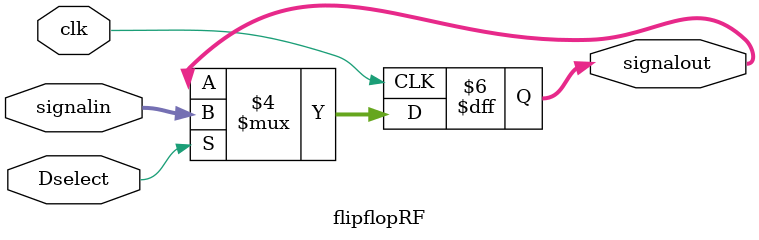
<source format=v>
`timescale 1ns / 1ps

module regfilehelp(
    input [31:0] dbus,
    input selA, selB, Dselect, clk,
    output [31:0] abus, bbus
    );
    
    wire [31:0] regToSplit;
    
    //assign newclk = clk & Dselect;
    
    flipflopRF R(
        .signalin(dbus),
        .clk(clk),
        .Dselect(Dselect),
        .signalout(regToSplit)
    );
    
    // Decides what register values go where 
    splitter S(
        .in(regToSplit),
        .selA(selA),
        .selB(selB),
        .outA(abus),
        .outB(bbus)
    );
    
endmodule

//Had to change the normal register layout for this part 
module flipflopRF(signalin, clk, Dselect, signalout);

input [31:0] signalin; 
input clk, Dselect;
output reg [31:0] signalout;

always @(negedge clk) begin //Used in RegFile 
    if (Dselect==1'b1) begin 
   // Simple register flip-flop, outputs the input 
   signalout = signalin;

end
end
endmodule
</source>
